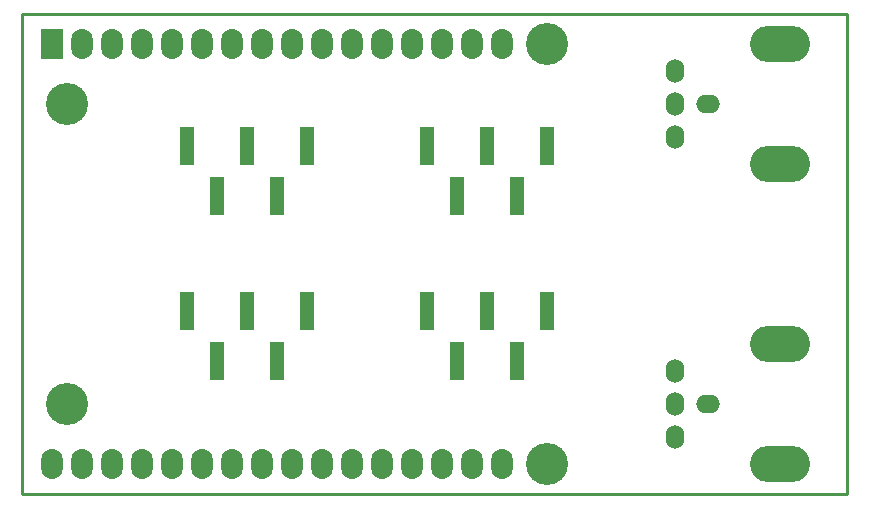
<source format=gts>
G04 #@! TF.GenerationSoftware,KiCad,Pcbnew,no-vcs-found-6223534~58~ubuntu16.04.1*
G04 #@! TF.CreationDate,2017-03-08T16:15:12-05:00*
G04 #@! TF.ProjectId,optical_switch_interface_3x2,6F70746963616C5F7377697463685F69,1.0*
G04 #@! TF.FileFunction,Soldermask,Top*
G04 #@! TF.FilePolarity,Negative*
%FSLAX46Y46*%
G04 Gerber Fmt 4.6, Leading zero omitted, Abs format (unit mm)*
G04 Created by KiCad (PCBNEW no-vcs-found-6223534~58~ubuntu16.04.1) date Wed Mar  8 16:15:12 2017*
%MOMM*%
%LPD*%
G01*
G04 APERTURE LIST*
%ADD10C,0.100000*%
%ADD11C,0.228600*%
%ADD12O,1.854200X2.540000*%
%ADD13R,1.854200X2.540000*%
%ADD14C,3.556000*%
%ADD15O,5.080000X3.048000*%
%ADD16O,2.032000X1.524000*%
%ADD17O,1.524000X2.032000*%
%ADD18R,1.270000X3.175000*%
G04 APERTURE END LIST*
D10*
D11*
X155575000Y-68580000D02*
X85725000Y-68580000D01*
X155575000Y-109220000D02*
X155575000Y-68580000D01*
X85725000Y-109220000D02*
X155575000Y-109220000D01*
X85725000Y-68580000D02*
X85725000Y-109220000D01*
D12*
X90805000Y-71120000D03*
X93345000Y-71120000D03*
D13*
X88265000Y-71120000D03*
D12*
X95885000Y-71120000D03*
X98425000Y-71120000D03*
X100965000Y-71120000D03*
X103505000Y-71120000D03*
X106045000Y-71120000D03*
X108585000Y-71120000D03*
X111125000Y-71120000D03*
X113665000Y-71120000D03*
X116205000Y-71120000D03*
X118745000Y-71120000D03*
X121285000Y-71120000D03*
X123825000Y-71120000D03*
X126365000Y-71120000D03*
X126365000Y-106680000D03*
X123825000Y-106680000D03*
X121285000Y-106680000D03*
X118745000Y-106680000D03*
X116205000Y-106680000D03*
X113665000Y-106680000D03*
X111125000Y-106680000D03*
X108585000Y-106680000D03*
X106045000Y-106680000D03*
X103505000Y-106680000D03*
X100965000Y-106680000D03*
X98425000Y-106680000D03*
X95885000Y-106680000D03*
X93345000Y-106680000D03*
X90805000Y-106680000D03*
X88265000Y-106680000D03*
D14*
X89535000Y-76200000D03*
X89535000Y-101600000D03*
X130175000Y-106680000D03*
X130175000Y-71120000D03*
D15*
X149860000Y-71120000D03*
X149860000Y-81280000D03*
D16*
X143764000Y-76200000D03*
D17*
X140970000Y-76200000D03*
X140970000Y-78994000D03*
X140970000Y-73406000D03*
X140970000Y-98806000D03*
X140970000Y-104394000D03*
X140970000Y-101600000D03*
D16*
X143764000Y-101600000D03*
D15*
X149860000Y-106680000D03*
X149860000Y-96520000D03*
D18*
X107315000Y-84010500D03*
X109855000Y-79819500D03*
X104775000Y-79819500D03*
X102235000Y-84010500D03*
X99695000Y-79819500D03*
X120015000Y-79819500D03*
X122555000Y-84010500D03*
X125095000Y-79819500D03*
X130175000Y-79819500D03*
X127635000Y-84010500D03*
X107315000Y-97980500D03*
X109855000Y-93789500D03*
X104775000Y-93789500D03*
X102235000Y-97980500D03*
X99695000Y-93789500D03*
X120015000Y-93789500D03*
X122555000Y-97980500D03*
X125095000Y-93789500D03*
X130175000Y-93789500D03*
X127635000Y-97980500D03*
M02*

</source>
